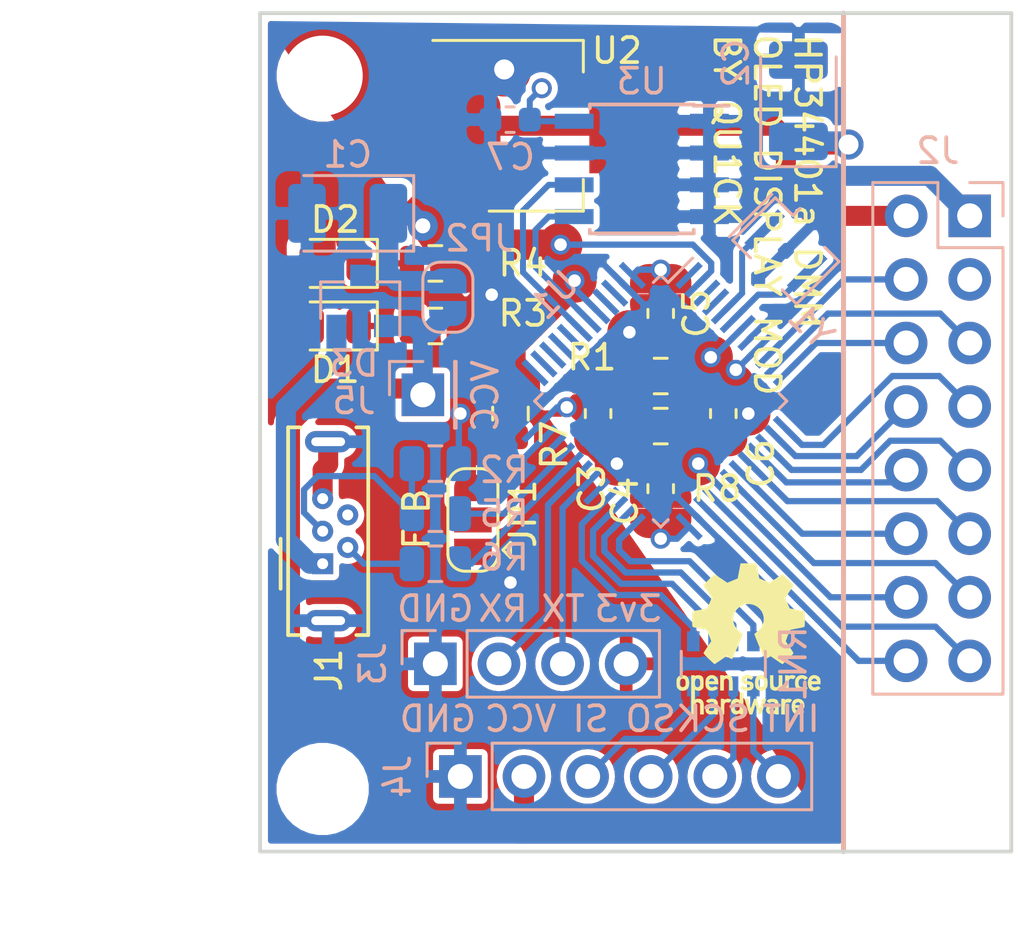
<source format=kicad_pcb>
(kicad_pcb (version 20171130) (host pcbnew "(5.1.0)-1")
  (title_block (title "HP34401a DMM OLED mod") (rev A) (company OpenScopeProject) (comment 3 "Released as open source hardware") (comment 4 "Licensed under CERN Open Hardware Licence v1.2 "))
  (layers (0 F.Cu signal) (31 B.Cu signal) (34 B.Paste user hide) (35 F.Paste user hide) (36 B.SilkS user) (37 F.SilkS user) (38 B.Mask user) (39 F.Mask user) (44 Edge.Cuts user))
  (net 0 "")
  (net 1 GND)
  (net 2 +3V3)
  (net 3 "Net-(D1-Pad1)")
  (net 4 "Net-(D2-Pad1)")
  (net 5 VBUS)
  (net 6 +12V)
  (net 7 "Net-(J1-Pad2)")
  (net 8 "Net-(J1-Pad3)")
  (net 9 /DB0)
  (net 10 /DB1)
  (net 11 /DB2)
  (net 12 /DB3)
  (net 13 /DB4)
  (net 14 /DB5)
  (net 15 /DB6)
  (net 16 /DB7)
  (net 17 /RD)
  (net 18 /WR)
  (net 19 /Reset)
  (net 20 /CS)
  (net 21 /USART_RX)
  (net 22 /USART_TX)
  (net 23 /SPI_INT)
  (net 24 /SPI_SCK)
  (net 25 /SPI_MISO)
  (net 26 /SPI_MOSI)
  (net 27 "Net-(JP1-Pad2)")
  (net 28 "Net-(R1-Pad2)")
  (net 29 /PC13)
  (net 30 /USBDP)
  (net 31 /USBDN)
  (net 32 /BOOT0)
  (net 33 /BOOT1)
  (net 34 "Net-(U1-Pad5)")
  (net 35 "Net-(U1-Pad6)")
  (net 36 /Vin)
  (net 37 "Net-(RN1-Pad7)")
  (net 38 "Net-(RN1-Pad8)")
  (net 39 "Net-(RN1-Pad6)")
  (net 40 "Net-(RN1-Pad5)")
  (net 41 /SCL)
  (net 42 /SDA)
  (module Connector_PinHeader_2.54mm:PinHeader_1x04_P2.54mm_Vertical (layer B.Cu) (at 57 66 270)
    (fp_text reference J3 (at 0 2.5 270) (layer B.SilkS) (effects (justify mirror)))
    (fp_text value UART)
    (pad 4 thru_hole oval (at 0 -7.62 270) (size 1.7 1.7) (drill 1) (layers *.Cu *.Mask) (net 2 +3V3))
    (pad 3 thru_hole oval (at 0 -5.08 270) (size 1.7 1.7) (drill 1) (layers *.Cu *.Mask) (net 22 /USART_TX))
    (pad 2 thru_hole oval (at 0 -2.54 270) (size 1.7 1.7) (drill 1) (layers *.Cu *.Mask) (net 21 /USART_RX))
    (pad 1 thru_hole rect (at 0 0 270) (size 1.7 1.7) (drill 1) (layers *.Cu *.Mask) (net 1 GND))
  )
  (module Connector_PinHeader_2.54mm:PinHeader_1x06_P2.54mm_Vertical (layer B.Cu) (at 58 70.5 270)
    (fp_text reference J4 (at 0 2.5 270) (layer B.SilkS) (effects (justify mirror)))
    (fp_text value FP)
    (pad 6 thru_hole oval (at 0 -12.7 270) (size 1.7 1.7) (drill 1) (layers *.Cu *.Mask) (net 23 /SPI_INT))
    (pad 5 thru_hole oval (at 0 -10.16 270) (size 1.7 1.7) (drill 1) (layers *.Cu *.Mask) (net 24 /SPI_SCK))
    (pad 4 thru_hole oval (at 0 -7.62 270) (size 1.7 1.7) (drill 1) (layers *.Cu *.Mask) (net 25 /SPI_MISO))
    (pad 3 thru_hole oval (at 0 -5.08 270) (size 1.7 1.7) (drill 1) (layers *.Cu *.Mask) (net 26 /SPI_MOSI))
    (pad 2 thru_hole oval (at 0 -2.54 270) (size 1.7 1.7) (drill 1) (layers *.Cu *.Mask) (net 6 +12V))
    (pad 1 thru_hole rect (at 0 0 270) (size 1.7 1.7) (drill 1) (layers *.Cu *.Mask) (net 1 GND))
  )
  (module Connector_PinHeader_2.54mm:PinHeader_2x08_P2.54mm_Vertical (layer B.Cu) (at 78.34 48.1 180)
    (fp_text reference J2 (at 1.27 2.6 180) (layer B.SilkS) (effects (justify mirror)))
    (fp_text value DISPLAY)
    (pad 16 thru_hole oval (at 2.54 -17.78 180) (size 1.7 1.7) (drill 1) (layers *.Cu *.Mask) (net 20 /CS))
    (pad 15 thru_hole oval (at 0 -17.78 180) (size 1.7 1.7) (drill 1) (layers *.Cu *.Mask) (net 19 /Reset))
    (pad 14 thru_hole oval (at 2.54 -15.24 180) (size 1.7 1.7) (drill 1) (layers *.Cu *.Mask) (net 33 /BOOT1))
    (pad 13 thru_hole oval (at 0 -15.24 180) (size 1.7 1.7) (drill 1) (layers *.Cu *.Mask) (net 18 /WR))
    (pad 12 thru_hole oval (at 2.54 -12.7 180) (size 1.7 1.7) (drill 1) (layers *.Cu *.Mask) (net 17 /RD))
    (pad 11 thru_hole oval (at 0 -12.7 180) (size 1.7 1.7) (drill 1) (layers *.Cu *.Mask) (net 16 /DB7))
    (pad 10 thru_hole oval (at 2.54 -10.16 180) (size 1.7 1.7) (drill 1) (layers *.Cu *.Mask) (net 15 /DB6))
    (pad 9 thru_hole oval (at 0 -10.16 180) (size 1.7 1.7) (drill 1) (layers *.Cu *.Mask) (net 14 /DB5))
    (pad 8 thru_hole oval (at 2.54 -7.62 180) (size 1.7 1.7) (drill 1) (layers *.Cu *.Mask) (net 13 /DB4))
    (pad 7 thru_hole oval (at 0 -7.62 180) (size 1.7 1.7) (drill 1) (layers *.Cu *.Mask) (net 12 /DB3))
    (pad 6 thru_hole oval (at 2.54 -5.08 180) (size 1.7 1.7) (drill 1) (layers *.Cu *.Mask) (net 11 /DB2))
    (pad 5 thru_hole oval (at 0 -5.08 180) (size 1.7 1.7) (drill 1) (layers *.Cu *.Mask) (net 10 /DB1))
    (pad 4 thru_hole oval (at 2.54 -2.54 180) (size 1.7 1.7) (drill 1) (layers *.Cu *.Mask) (net 9 /DB0))
    (pad 3 thru_hole oval (at 0 -2.54 180) (size 1.7 1.7) (drill 1) (layers *.Cu *.Mask))
    (pad 2 thru_hole oval (at 2.54 0 180) (size 1.7 1.7) (drill 1) (layers *.Cu *.Mask) (net 2 +3V3))
    (pad 1 thru_hole rect (at 0 0 180) (size 1.7 1.7) (drill 1) (layers *.Cu *.Mask) (net 1 GND))
  )
  (module Connector_USB:USB_Micro-B_Wuerth_614105150721_Vertical (layer F.Cu) (at 52.5 62 90)
    (fp_text reference J1 (at -4.25 0.25 90) (layer F.SilkS))
    (fp_text value USB_B_Micro)
    (pad 6 thru_hole oval (at 4.875 0.22 90) (size 0.85 1.85) (drill oval 0.35 1.35) (layers *.Cu *.Mask) (net 1 GND))
    (pad 6 thru_hole oval (at -2.275 0.22 90) (size 0.85 1.85) (drill oval 0.35 1.35) (layers *.Cu *.Mask) (net 1 GND))
    (pad 5 thru_hole circle (at 2.6 0 90) (size 0.84 0.84) (drill 0.44) (layers *.Cu *.Mask) (net 1 GND))
    (pad 4 thru_hole circle (at 1.95 1 90) (size 0.84 0.84) (drill 0.44) (layers *.Cu *.Mask))
    (pad 3 thru_hole circle (at 1.3 0 90) (size 0.84 0.84) (drill 0.44) (layers *.Cu *.Mask) (net 8 "Net-(J1-Pad3)"))
    (pad 2 thru_hole circle (at 0.65 1 90) (size 0.84 0.84) (drill 0.44) (layers *.Cu *.Mask) (net 7 "Net-(J1-Pad2)"))
    (pad 1 thru_hole rect (at 0 0 90) (size 0.84 0.84) (drill 0.44) (layers *.Cu *.Mask) (net 5 VBUS))
  )
  (module Capacitor_SMD:C_0603_1608Metric (layer F.Cu) (at 63.5 56 270)
    (fp_text reference C3 (at 3 0.25 270) (layer F.SilkS))
    (fp_text value 0.1uF)
    (pad 1 smd roundrect (at -0.7875 0 270) (size 0.875 0.95) (layers F.Cu F.Paste F.Mask) (net 2 +3V3))
    (pad 2 smd roundrect (at 0.7875 0 270) (size 0.875 0.95) (layers F.Cu F.Paste F.Mask) (net 1 GND))
  )
  (module Capacitor_SMD:C_0603_1608Metric (layer F.Cu) (at 66 59 90)
    (fp_text reference C4 (at -0.5 -1.43 90) (layer F.SilkS))
    (fp_text value 0.1uF)
    (pad 2 smd roundrect (at 0.7875 0 90) (size 0.875 0.95) (layers F.Cu F.Paste F.Mask) (net 1 GND))
    (pad 1 smd roundrect (at -0.7875 0 90) (size 0.875 0.95) (layers F.Cu F.Paste F.Mask) (net 2 +3V3))
  )
  (module Capacitor_SMD:C_0603_1608Metric (layer F.Cu) (at 66 52 270)
    (fp_text reference C5 (at 0 -1.43 270) (layer F.SilkS))
    (fp_text value 0.1uF)
    (pad 1 smd roundrect (at -0.7875 0 270) (size 0.875 0.95) (layers F.Cu F.Paste F.Mask) (net 2 +3V3))
    (pad 2 smd roundrect (at 0.7875 0 270) (size 0.875 0.95) (layers F.Cu F.Paste F.Mask) (net 1 GND))
  )
  (module Capacitor_SMD:C_0603_1608Metric (layer F.Cu) (at 68.5 56 270)
    (fp_text reference C6 (at 2 -1.5 270) (layer F.SilkS))
    (fp_text value 0.1uF)
    (pad 2 smd roundrect (at 0.7875 0 270) (size 0.875 0.95) (layers F.Cu F.Paste F.Mask) (net 1 GND))
    (pad 1 smd roundrect (at -0.7875 0 270) (size 0.875 0.95) (layers F.Cu F.Paste F.Mask) (net 2 +3V3))
  )
  (module LED_SMD:LED_0805_2012Metric (layer F.Cu) (at 53 52.5 180)
    (fp_text reference D1 (at 0 -1.75 180) (layer F.SilkS))
    (fp_text value PWR)
    (pad 2 smd roundrect (at 0.9375 0 180) (size 0.975 1.4) (layers F.Cu F.Paste F.Mask) (net 2 +3V3))
    (pad 1 smd roundrect (at -0.9375 0 180) (size 0.975 1.4) (layers F.Cu F.Paste F.Mask) (net 3 "Net-(D1-Pad1)"))
  )
  (module LED_SMD:LED_0805_2012Metric (layer F.Cu) (at 53 50 180)
    (fp_text reference D2 (at 0 1.75 180) (layer F.SilkS))
    (fp_text value STATUS)
    (pad 1 smd roundrect (at -0.9375 0 180) (size 0.975 1.4) (layers F.Cu F.Paste F.Mask) (net 4 "Net-(D2-Pad1)"))
    (pad 2 smd roundrect (at 0.9375 0 180) (size 0.975 1.4) (layers F.Cu F.Paste F.Mask) (net 2 +3V3))
  )
  (module Package_TO_SOT_SMD:SOT-23 (layer B.Cu) (at 54 51.5 90)
    (fp_text reference D3 (at -2.5 -0.25 180) (layer B.SilkS) (effects (justify mirror)))
    (fp_text value BAT54C)
    (pad 1 smd rect (at -1 0.95 90) (size 0.9 0.8) (layers B.Cu B.Paste B.Mask) (net 6 +12V))
    (pad 2 smd rect (at -1 -0.95 90) (size 0.9 0.8) (layers B.Cu B.Paste B.Mask) (net 5 VBUS))
    (pad 3 smd rect (at 1 0 90) (size 0.9 0.8) (layers B.Cu B.Paste B.Mask) (net 36 /Vin))
  )
  (module Jumper:SolderJumper-3_P1.3mm_Open_RoundedPad1.0x1.5mm (layer F.Cu) (at 58.5 60.25 90)
    (fp_text reference JP1 (at 0.25 2 90) (layer F.SilkS))
    (fp_text value BOOT)
    (pad 1 smd custom (at -1.3 0 90) (size 1 0.5) (layers F.Cu F.Mask) (net 1 GND) (options (clearance outline) (anchor rect)) (primitives (gr_circle (center 0 0.25) (end 0.5 0.25) (width 0)) (gr_circle (center 0 -0.25) (end 0.5 -0.25) (width 0)) (gr_poly (pts (xy 0.55 -0.75) (xy 0 -0.75) (xy 0 0.75) (xy 0.55 0.75)) (width 0))))
    (pad 3 smd custom (at 1.3 0 90) (size 1 0.5) (layers F.Cu F.Mask) (net 2 +3V3) (options (clearance outline) (anchor rect)) (primitives (gr_circle (center 0 0.25) (end 0.5 0.25) (width 0)) (gr_circle (center 0 -0.25) (end 0.5 -0.25) (width 0)) (gr_poly (pts (xy -0.55 -0.75) (xy 0 -0.75) (xy 0 0.75) (xy -0.55 0.75)) (width 0))))
    (pad 2 smd rect (at 0 0 90) (size 1 1.5) (layers F.Cu F.Mask) (net 27 "Net-(JP1-Pad2)"))
  )
  (module Jumper:SolderJumper-2_P1.3mm_Open_RoundedPad1.0x1.5mm (layer B.Cu) (at 57.5 51.35 90)
    (fp_text reference JP2 (at 2.35 1.25 180) (layer B.SilkS) (effects (justify mirror)))
    (fp_text value "NO DIODE" hide)
    (pad 1 smd custom (at -0.65 0 90) (size 1 0.5) (layers B.Cu B.Mask) (net 6 +12V) (options (clearance outline) (anchor rect)) (primitives (gr_circle (center 0 -0.25) (end 0.5 -0.25) (width 0)) (gr_circle (center 0 0.25) (end 0.5 0.25) (width 0)) (gr_poly (pts (xy 0 0.75) (xy 0.5 0.75) (xy 0.5 -0.75) (xy 0 -0.75)) (width 0))))
    (pad 2 smd custom (at 0.65 0 90) (size 1 0.5) (layers B.Cu B.Mask) (net 36 /Vin) (options (clearance outline) (anchor rect)) (primitives (gr_circle (center 0 -0.25) (end 0.5 -0.25) (width 0)) (gr_circle (center 0 0.25) (end 0.5 0.25) (width 0)) (gr_poly (pts (xy 0 0.75) (xy -0.5 0.75) (xy -0.5 -0.75) (xy 0 -0.75)) (width 0))))
  )
  (module Resistor_SMD:R_0805_2012Metric (layer F.Cu) (at 66 54.5)
    (fp_text reference R1 (at -2.75 -0.75) (layer F.SilkS))
    (fp_text value 100k)
    (pad 2 smd roundrect (at 0.9375 0) (size 0.975 1.4) (layers F.Cu F.Paste F.Mask) (net 28 "Net-(R1-Pad2)"))
    (pad 1 smd roundrect (at -0.9375 0) (size 0.975 1.4) (layers F.Cu F.Paste F.Mask) (net 2 +3V3))
  )
  (module Resistor_SMD:R_0805_2012Metric (layer B.Cu) (at 57 58)
    (fp_text reference R2 (at 2.75 0.25) (layer B.SilkS) (effects (justify mirror)))
    (fp_text value 1K5)
    (pad 1 smd roundrect (at -0.9375 0) (size 0.975 1.4) (layers B.Cu B.Paste B.Mask) (net 8 "Net-(J1-Pad3)"))
    (pad 2 smd roundrect (at 0.9375 0) (size 0.975 1.4) (layers B.Cu B.Paste B.Mask) (net 2 +3V3))
  )
  (module Resistor_SMD:R_0805_2012Metric (layer F.Cu) (at 57 52.5)
    (fp_text reference R3 (at 3.5 -0.5) (layer F.SilkS))
    (fp_text value 1K)
    (pad 1 smd roundrect (at -0.9375 0) (size 0.975 1.4) (layers F.Cu F.Paste F.Mask) (net 3 "Net-(D1-Pad1)"))
    (pad 2 smd roundrect (at 0.9375 0) (size 0.975 1.4) (layers F.Cu F.Paste F.Mask) (net 1 GND))
  )
  (module Resistor_SMD:R_0805_2012Metric (layer F.Cu) (at 57 50)
    (fp_text reference R4 (at 3.5 0) (layer F.SilkS))
    (fp_text value 1K)
    (pad 1 smd roundrect (at -0.9375 0) (size 0.975 1.4) (layers F.Cu F.Paste F.Mask) (net 4 "Net-(D2-Pad1)"))
    (pad 2 smd roundrect (at 0.9375 0) (size 0.975 1.4) (layers F.Cu F.Paste F.Mask) (net 29 /PC13))
  )
  (module Resistor_SMD:R_0805_2012Metric (layer B.Cu) (at 57 60 180)
    (fp_text reference R5 (at -2.75 0 180) (layer B.SilkS) (effects (justify mirror)))
    (fp_text value 22R)
    (pad 2 smd roundrect (at 0.9375 0 180) (size 0.975 1.4) (layers B.Cu B.Paste B.Mask) (net 8 "Net-(J1-Pad3)"))
    (pad 1 smd roundrect (at -0.9375 0 180) (size 0.975 1.4) (layers B.Cu B.Paste B.Mask) (net 30 /USBDP))
  )
  (module Resistor_SMD:R_0805_2012Metric (layer B.Cu) (at 57 62 180)
    (fp_text reference R6 (at -2.75 0.25 180) (layer B.SilkS) (effects (justify mirror)))
    (fp_text value 22R)
    (pad 2 smd roundrect (at 0.9375 0 180) (size 0.975 1.4) (layers B.Cu B.Paste B.Mask) (net 7 "Net-(J1-Pad2)"))
    (pad 1 smd roundrect (at -0.9375 0 180) (size 0.975 1.4) (layers B.Cu B.Paste B.Mask) (net 31 /USBDN))
  )
  (module Resistor_SMD:R_0805_2012Metric (layer F.Cu) (at 60 56 90)
    (fp_text reference R7 (at -1.25 1.75 90) (layer F.SilkS))
    (fp_text value 100k)
    (pad 1 smd roundrect (at -0.9375 0 90) (size 0.975 1.4) (layers F.Cu F.Paste F.Mask) (net 27 "Net-(JP1-Pad2)"))
    (pad 2 smd roundrect (at 0.9375 0 90) (size 0.975 1.4) (layers F.Cu F.Paste F.Mask) (net 32 /BOOT0))
  )
  (module Resistor_SMD:R_0805_2012Metric (layer F.Cu) (at 66 56.5)
    (fp_text reference R8 (at 2.25 2.5) (layer F.SilkS))
    (fp_text value 100k)
    (pad 2 smd roundrect (at 0.9375 0) (size 0.975 1.4) (layers F.Cu F.Paste F.Mask) (net 33 /BOOT1))
    (pad 1 smd roundrect (at -0.9375 0) (size 0.975 1.4) (layers F.Cu F.Paste F.Mask) (net 1 GND))
  )
  (module Package_QFP:LQFP-48_7x7mm_P0.5mm (layer B.Cu) (at 66 55.5 225)
    (fp_text reference U1 (at 0 6 225) (layer B.SilkS) (effects (justify mirror)))
    (fp_text value STM32F103C8Tx)
    (pad 1 smd rect (at -4.35 2.75 225) (size 1.3 0.25) (layers B.Cu B.Paste B.Mask))
    (pad 2 smd rect (at -4.35 2.25 225) (size 1.3 0.25) (layers B.Cu B.Paste B.Mask) (net 29 /PC13))
    (pad 3 smd rect (at -4.35 1.749999 225) (size 1.3 0.25) (layers B.Cu B.Paste B.Mask))
    (pad 4 smd rect (at -4.35 1.25 225) (size 1.3 0.25) (layers B.Cu B.Paste B.Mask))
    (pad 5 smd rect (at -4.35 0.750001 225) (size 1.3 0.25) (layers B.Cu B.Paste B.Mask) (net 34 "Net-(U1-Pad5)"))
    (pad 6 smd rect (at -4.35 0.25 225) (size 1.3 0.25) (layers B.Cu B.Paste B.Mask) (net 35 "Net-(U1-Pad6)"))
    (pad 7 smd rect (at -4.35 -0.25 225) (size 1.3 0.25) (layers B.Cu B.Paste B.Mask) (net 28 "Net-(R1-Pad2)"))
    (pad 8 smd rect (at -4.35 -0.750001 225) (size 1.3 0.25) (layers B.Cu B.Paste B.Mask) (net 1 GND))
    (pad 9 smd rect (at -4.35 -1.25 225) (size 1.3 0.25) (layers B.Cu B.Paste B.Mask) (net 2 +3V3))
    (pad 10 smd rect (at -4.35 -1.749999 225) (size 1.3 0.25) (layers B.Cu B.Paste B.Mask) (net 9 /DB0))
    (pad 11 smd rect (at -4.35 -2.25 225) (size 1.3 0.25) (layers B.Cu B.Paste B.Mask) (net 10 /DB1))
    (pad 12 smd rect (at -4.35 -2.75 225) (size 1.3 0.25) (layers B.Cu B.Paste B.Mask) (net 11 /DB2))
    (pad 13 smd rect (at -2.75 -4.35 135) (size 1.3 0.25) (layers B.Cu B.Paste B.Mask) (net 12 /DB3))
    (pad 14 smd rect (at -2.25 -4.35 135) (size 1.3 0.25) (layers B.Cu B.Paste B.Mask) (net 13 /DB4))
    (pad 15 smd rect (at -1.749999 -4.35 135) (size 1.3 0.25) (layers B.Cu B.Paste B.Mask) (net 14 /DB5))
    (pad 16 smd rect (at -1.25 -4.35 135) (size 1.3 0.25) (layers B.Cu B.Paste B.Mask) (net 15 /DB6))
    (pad 17 smd rect (at -0.750001 -4.35 135) (size 1.3 0.25) (layers B.Cu B.Paste B.Mask) (net 16 /DB7))
    (pad 18 smd rect (at -0.25 -4.35 135) (size 1.3 0.25) (layers B.Cu B.Paste B.Mask) (net 17 /RD))
    (pad 19 smd rect (at 0.25 -4.35 135) (size 1.3 0.25) (layers B.Cu B.Paste B.Mask) (net 18 /WR))
    (pad 20 smd rect (at 0.750001 -4.35 135) (size 1.3 0.25) (layers B.Cu B.Paste B.Mask) (net 33 /BOOT1))
    (pad 21 smd rect (at 1.25 -4.35 135) (size 1.3 0.25) (layers B.Cu B.Paste B.Mask) (net 19 /Reset))
    (pad 22 smd rect (at 1.749999 -4.35 135) (size 1.3 0.25) (layers B.Cu B.Paste B.Mask) (net 20 /CS))
    (pad 23 smd rect (at 2.25 -4.35 135) (size 1.3 0.25) (layers B.Cu B.Paste B.Mask) (net 1 GND))
    (pad 24 smd rect (at 2.75 -4.35 135) (size 1.3 0.25) (layers B.Cu B.Paste B.Mask) (net 2 +3V3))
    (pad 25 smd rect (at 4.35 -2.75 225) (size 1.3 0.25) (layers B.Cu B.Paste B.Mask) (net 38 "Net-(RN1-Pad8)"))
    (pad 26 smd rect (at 4.35 -2.25 225) (size 1.3 0.25) (layers B.Cu B.Paste B.Mask) (net 37 "Net-(RN1-Pad7)"))
    (pad 27 smd rect (at 4.35 -1.749999 225) (size 1.3 0.25) (layers B.Cu B.Paste B.Mask) (net 39 "Net-(RN1-Pad6)"))
    (pad 28 smd rect (at 4.35 -1.25 225) (size 1.3 0.25) (layers B.Cu B.Paste B.Mask) (net 40 "Net-(RN1-Pad5)"))
    (pad 29 smd rect (at 4.35 -0.750001 225) (size 1.3 0.25) (layers B.Cu B.Paste B.Mask))
    (pad 30 smd rect (at 4.35 -0.25 225) (size 1.3 0.25) (layers B.Cu B.Paste B.Mask) (net 22 /USART_TX))
    (pad 31 smd rect (at 4.35 0.25 225) (size 1.3 0.25) (layers B.Cu B.Paste B.Mask) (net 21 /USART_RX))
    (pad 32 smd rect (at 4.35 0.750001 225) (size 1.3 0.25) (layers B.Cu B.Paste B.Mask) (net 31 /USBDN))
    (pad 33 smd rect (at 4.35 1.25 225) (size 1.3 0.25) (layers B.Cu B.Paste B.Mask) (net 30 /USBDP))
    (pad 34 smd rect (at 4.35 1.749999 225) (size 1.3 0.25) (layers B.Cu B.Paste B.Mask))
    (pad 35 smd rect (at 4.35 2.25 225) (size 1.3 0.25) (layers B.Cu B.Paste B.Mask) (net 1 GND))
    (pad 36 smd rect (at 4.35 2.75 225) (size 1.3 0.25) (layers B.Cu B.Paste B.Mask) (net 2 +3V3))
    (pad 37 smd rect (at 2.75 4.35 135) (size 1.3 0.25) (layers B.Cu B.Paste B.Mask))
    (pad 38 smd rect (at 2.25 4.35 135) (size 1.3 0.25) (layers B.Cu B.Paste B.Mask))
    (pad 39 smd rect (at 1.749999 4.35 135) (size 1.3 0.25) (layers B.Cu B.Paste B.Mask))
    (pad 40 smd rect (at 1.25 4.35 135) (size 1.3 0.25) (layers B.Cu B.Paste B.Mask))
    (pad 41 smd rect (at 0.750001 4.35 135) (size 1.3 0.25) (layers B.Cu B.Paste B.Mask))
    (pad 42 smd rect (at 0.25 4.35 135) (size 1.3 0.25) (layers B.Cu B.Paste B.Mask) (net 41 /SCL))
    (pad 43 smd rect (at -0.25 4.35 135) (size 1.3 0.25) (layers B.Cu B.Paste B.Mask) (net 42 /SDA))
    (pad 44 smd rect (at -0.750001 4.35 135) (size 1.3 0.25) (layers B.Cu B.Paste B.Mask) (net 32 /BOOT0))
    (pad 45 smd rect (at -1.25 4.35 135) (size 1.3 0.25) (layers B.Cu B.Paste B.Mask))
    (pad 46 smd rect (at -1.749999 4.35 135) (size 1.3 0.25) (layers B.Cu B.Paste B.Mask))
    (pad 47 smd rect (at -2.25 4.35 135) (size 1.3 0.25) (layers B.Cu B.Paste B.Mask) (net 1 GND))
    (pad 48 smd rect (at -2.75 4.35 135) (size 1.3 0.25) (layers B.Cu B.Paste B.Mask) (net 2 +3V3))
  )
  (module Package_TO_SOT_SMD:SOT-223-3_TabPin2 (layer F.Cu) (at 61 44.5)
    (fp_text reference U2 (at 3.25 -3) (layer F.SilkS))
    (fp_text value LM1117-3.3)
    (pad 2 smd rect (at 3.15 0) (size 2 3.8) (layers F.Cu F.Paste F.Mask) (net 2 +3V3))
    (pad 2 smd rect (at -3.15 0) (size 2 1.5) (layers F.Cu F.Paste F.Mask) (net 2 +3V3))
    (pad 3 smd rect (at -3.15 2.3) (size 2 1.5) (layers F.Cu F.Paste F.Mask) (net 36 /Vin))
    (pad 1 smd rect (at -3.15 -2.3) (size 2 1.5) (layers F.Cu F.Paste F.Mask) (net 1 GND))
  )
  (module Crystal:Resonator_SMD_muRata_CSTxExxV-3Pin_3.0x1.1mm (layer B.Cu) (at 71 49.5 315)
    (fp_text reference Y1 (at 2.828427 1.414214 315) (layer B.SilkS) (effects (justify mirror)))
    (fp_text value 8M)
    (pad 1 smd rect (at -1.2 0 315) (size 0.4 1.9) (layers B.Cu B.Paste B.Mask) (net 34 "Net-(U1-Pad5)"))
    (pad 2 smd rect (at 0 0 315) (size 0.4 1.9) (layers B.Cu B.Paste B.Mask) (net 1 GND))
    (pad 3 smd rect (at 1.2 0 315) (size 0.4 1.9) (layers B.Cu B.Paste B.Mask) (net 35 "Net-(U1-Pad6)"))
  )
  (module Connector_PinHeader_2.54mm:PinHeader_1x01_P2.54mm_Vertical (layer B.Cu) (at 56.5 55.25 270)
    (fp_text reference J5 (at 0.25 2.75) (layer B.SilkS) (effects (justify mirror)))
    (fp_text value DISPLAYPWR)
    (pad 1 thru_hole rect (at 0 0 270) (size 1.7 1.7) (drill 1) (layers *.Cu *.Mask) (net 6 +12V))
  )
  (module MountingHole:MountingHole_3.2mm_M3_ISO14580 (layer F.Cu) (at 52.5 42.5)
    (fp_text reference MH1 hide)
    (fp_text value MountingHole hide)
    (pad 1 np_thru_hole circle (at 0 0) (size 3.2 3.2) (drill 3.2) (layers *.Cu *.Mask))
  )
  (module MountingHole:MountingHole_3.2mm_M3_ISO14580 (layer F.Cu) (at 77.5 42.5)
    (fp_text reference MH2 hide)
    (fp_text value MountingHole hide)
    (pad 1 np_thru_hole circle (at 0 0) (size 3.2 3.2) (drill 3.2) (layers *.Cu *.Mask))
  )
  (module MountingHole:MountingHole_3.2mm_M3_ISO14580 (layer F.Cu) (at 77.5 71)
    (fp_text reference MH3 hide)
    (fp_text value MountingHole hide)
    (pad 1 np_thru_hole circle (at 0 0) (size 3.2 3.2) (drill 3.2) (layers *.Cu *.Mask))
  )
  (module MountingHole:MountingHole_3.2mm_M3_ISO14580 (layer F.Cu) (at 52.5 71)
    (fp_text reference MH4 hide)
    (fp_text value MountingHole hide)
    (pad 1 np_thru_hole circle (at 0 0) (size 3.2 3.2) (drill 3.2) (layers *.Cu *.Mask))
  )
  (module Capacitor_Tantalum_SMD:CP_EIA-3528-21_Kemet-B_Pad1.50x2.35mm_HandSolder (layer B.Cu) (at 53.5 48 180)
    (fp_text reference C1 (at 0 2.35 180) (layer B.SilkS) (effects (justify mirror)))
    (fp_text value 47uF)
    (pad 2 smd roundrect (at 1.625 0 180) (size 1.5 2.35) (layers B.Cu B.Paste B.Mask) (roundrect_rratio 0.166667) (net 1 GND))
    (pad 1 smd roundrect (at -1.625 0 180) (size 1.5 2.35) (layers B.Cu B.Paste B.Mask) (roundrect_rratio 0.166667) (net 36 /Vin))
  )
  (module Capacitor_Tantalum_SMD:CP_EIA-3528-21_Kemet-B_Pad1.50x2.35mm_HandSolder (layer B.Cu) (at 71.5 43.5 90)
    (fp_text reference C2 (at 1.5 -2.5 90) (layer B.SilkS) (effects (justify mirror)))
    (fp_text value 47uF)
    (pad 1 smd roundrect (at -1.625 0 90) (size 1.5 2.35) (layers B.Cu B.Paste B.Mask) (roundrect_rratio 0.166667) (net 2 +3V3))
    (pad 2 smd roundrect (at 1.625 0 90) (size 1.5 2.35) (layers B.Cu B.Paste B.Mask) (roundrect_rratio 0.166667) (net 1 GND))
  )
  (module Resistor_SMD:R_Array_Convex_4x0603 (layer B.Cu) (at 68.5 66 90)
    (fp_text reference RN1 (at 0 2.8 90) (layer B.SilkS) (effects (justify mirror)))
    (fp_text value 10K)
    (pad 1 smd rect (at -0.9 1.2 90) (size 0.8 0.5) (layers B.Cu B.Paste B.Mask) (net 23 /SPI_INT))
    (pad 3 smd rect (at -0.9 -0.4 90) (size 0.8 0.4) (layers B.Cu B.Paste B.Mask) (net 25 /SPI_MISO))
    (pad 2 smd rect (at -0.9 0.4 90) (size 0.8 0.4) (layers B.Cu B.Paste B.Mask) (net 24 /SPI_SCK))
    (pad 4 smd rect (at -0.9 -1.2 90) (size 0.8 0.5) (layers B.Cu B.Paste B.Mask) (net 26 /SPI_MOSI))
    (pad 7 smd rect (at 0.9 0.4 90) (size 0.8 0.4) (layers B.Cu B.Paste B.Mask) (net 37 "Net-(RN1-Pad7)"))
    (pad 8 smd rect (at 0.9 1.2 90) (size 0.8 0.5) (layers B.Cu B.Paste B.Mask) (net 38 "Net-(RN1-Pad8)"))
    (pad 6 smd rect (at 0.9 -0.4 90) (size 0.8 0.4) (layers B.Cu B.Paste B.Mask) (net 39 "Net-(RN1-Pad6)"))
    (pad 5 smd rect (at 0.9 -1.2 90) (size 0.8 0.5) (layers B.Cu B.Paste B.Mask) (net 40 "Net-(RN1-Pad5)"))
  )
  (module Capacitor_SMD:C_0603_1608Metric (layer B.Cu) (at 59.984999 44.255001 180)
    (fp_text reference C7 (at -0.015001 -1.494999 180) (layer B.SilkS) (effects (justify mirror)))
    (fp_text value 0.1uF)
    (pad 1 smd roundrect (at -0.7875 0 180) (size 0.875 0.95) (layers B.Cu B.Paste B.Mask) (net 2 +3V3))
    (pad 2 smd roundrect (at 0.7875 0 180) (size 0.875 0.95) (layers B.Cu B.Paste B.Mask) (net 1 GND))
  )
  (module Package_SO:SOIC-8_3.9x4.9mm_P1.27mm (layer B.Cu) (at 65.244999 46.225001 180)
    (fp_text reference U3 (at 0 3.5 180) (layer B.SilkS) (effects (justify mirror)))
    (fp_text value AT24C02)
    (pad 1 smd rect (at -2.7 1.905 180) (size 1.55 0.6) (layers B.Cu B.Paste B.Mask) (net 1 GND))
    (pad 2 smd rect (at -2.7 0.635 180) (size 1.55 0.6) (layers B.Cu B.Paste B.Mask) (net 1 GND))
    (pad 3 smd rect (at -2.7 -0.635 180) (size 1.55 0.6) (layers B.Cu B.Paste B.Mask) (net 1 GND))
    (pad 4 smd rect (at -2.7 -1.905 180) (size 1.55 0.6) (layers B.Cu B.Paste B.Mask) (net 1 GND))
    (pad 5 smd rect (at 2.7 -1.905 180) (size 1.55 0.6) (layers B.Cu B.Paste B.Mask) (net 42 /SDA))
    (pad 6 smd rect (at 2.7 -0.635 180) (size 1.55 0.6) (layers B.Cu B.Paste B.Mask) (net 41 /SCL))
    (pad 7 smd rect (at 2.7 0.635 180) (size 1.55 0.6) (layers B.Cu B.Paste B.Mask) (net 1 GND))
    (pad 8 smd rect (at 2.7 1.905 180) (size 1.55 0.6) (layers B.Cu B.Paste B.Mask) (net 2 +3V3))
  )
  (module Symbol:OSHW-Logo_5.7x6mm_SilkScreen (layer F.Cu) (at 69.5 65)
    (fp_text reference REF** hide)
    (fp_text value OSHW-Logo hide)
  )
  (gr_text B (at 56.25 59.5 90) (layer F.SilkS) (effects (font (size 1 1))))
  (gr_text F (at 56.25 61 90) (layer F.SilkS) (effects (font (size 1 1))))
  (gr_text "HP34401a DMM\nOLED DISPLAY MOD\nBY QU1CK" (at 70.25 40.75 270) (layer F.SilkS) (effects (font (size 1 1)) (justify left)))
  (gr_text VCC (at 59 55.3 90) (layer B.SilkS) (effects (font (size 1 1)) (justify mirror)))
  (gr_text INT (at 71.2 68.2) (layer B.SilkS) (effects (font (size 1 1)) (justify mirror)))
  (gr_text SCK (at 68.1 68.2) (layer B.SilkS) (effects (font (size 1 1)) (justify mirror)))
  (gr_text SO (at 65.6 68.2) (layer B.SilkS) (effects (font (size 1 1)) (justify mirror)))
  (gr_text SI (at 63.2 68.2) (layer B.SilkS) (effects (font (size 1 1)) (justify mirror)))
  (gr_text VCC (at 60.4 68.2) (layer B.SilkS) (effects (font (size 1 1)) (justify mirror)))
  (gr_text GND (at 57.1 68.2) (layer B.SilkS) (effects (font (size 1 1)) (justify mirror)))
  (gr_text 3v3 (at 64.7 63.8) (layer B.SilkS) (effects (font (size 1 1)) (justify mirror)))
  (gr_text TX (at 62.1 63.8) (layer B.SilkS) (effects (font (size 1 1)) (justify mirror)))
  (gr_text RX (at 59.7 63.8) (layer B.SilkS) (effects (font (size 1 1)) (justify mirror)))
  (gr_text GND (at 57 63.8) (layer B.SilkS) (effects (font (size 1 1)) (justify mirror)))
  (gr_line (start 73.3 40) (end 73.3 73.5) (layer B.SilkS) (width 0.2))
  (gr_line (start 50 73.5) (end 50 40) (layer Edge.Cuts) (width 0.15))
  (gr_line (start 80 73.5) (end 50 73.5) (layer Edge.Cuts) (width 0.15))
  (gr_line (start 80 40) (end 80 73.5) (layer Edge.Cuts) (width 0.15))
  (gr_line (start 50 40) (end 80 40) (layer Edge.Cuts) (width 0.15))
  (via (at 64.25 58) (size 0.8) (drill 0.5) (layers F.Cu B.Cu) (net 1))
  (segment (start 63.5 56.7875) (end 63.5 57.25) (width 0.25) (layer F.Cu) (net 1))
  (segment (start 63.5 57.25) (end 64.25 58) (width 0.25) (layer F.Cu) (net 1))
  (segment (start 65.0625 57.1875) (end 64.25 58) (width 0.25) (layer F.Cu) (net 1))
  (segment (start 65.0625 56.5) (end 65.0625 57.1875) (width 0.25) (layer F.Cu) (net 1))
  (segment (start 64.4625 58.2125) (end 64.25 58) (width 0.25) (layer F.Cu) (net 1))
  (segment (start 66 58.2125) (end 64.4625 58.2125) (width 0.25) (layer F.Cu) (net 1))
  (via (at 69.5 56) (size 0.8) (drill 0.5) (layers F.Cu B.Cu) (net 1))
  (segment (start 68.5 56.7875) (end 68.7125 56.7875) (width 0.25) (layer F.Cu) (net 1))
  (segment (start 68.7125 56.7875) (end 69.5 56) (width 0.25) (layer F.Cu) (net 1))
  (via (at 64.75 52.75) (size 0.8) (drill 0.5) (layers F.Cu B.Cu) (net 1))
  (segment (start 66 52.7875) (end 64.7875 52.7875) (width 0.25) (layer F.Cu) (net 1))
  (segment (start 64.7875 52.7875) (end 64.75 52.75) (width 0.25) (layer F.Cu) (net 1))
  (via (at 59.25 51.25) (size 0.8) (drill 0.5) (layers F.Cu B.Cu) (net 1))
  (segment (start 57.9375 52.5) (end 59.1875 51.25) (width 0.25) (layer F.Cu) (net 1))
  (segment (start 59.1875 51.25) (end 59.25 51.25) (width 0.25) (layer F.Cu) (net 1))
  (via (at 60 62.75) (size 0.8) (drill 0.5) (layers F.Cu B.Cu) (net 1))
  (segment (start 59.7 62.75) (end 60 62.75) (width 0.25) (layer F.Cu) (net 1))
  (segment (start 58.5 61.55) (end 59.7 62.75) (width 0.25) (layer F.Cu) (net 1))
  (via (at 59.75 42.25) (size 1.2) (drill 0.8) (layers F.Cu B.Cu) (net 1))
  (segment (start 57.85 42.2) (end 59.7 42.2) (width 0.8) (layer F.Cu) (net 1))
  (segment (start 59.7 42.2) (end 59.75 42.25) (width 0.8) (layer F.Cu) (net 1))
  (segment (start 52.72 57.125) (end 52.72 58.03) (width 0.8) (layer F.Cu) (net 1))
  (segment (start 52.5 58.25) (end 52.5 59.4) (width 0.8) (layer F.Cu) (net 1))
  (segment (start 52.72 58.03) (end 52.5 58.25) (width 0.8) (layer F.Cu) (net 1))
  (segment (start 78.34 48.1) (end 76.74 46.5) (width 0.8) (layer B.Cu) (net 1))
  (segment (start 76.74 46.5) (end 72.5 46.5) (width 0.8) (layer B.Cu) (net 1))
  (segment (start 64.15 44.5) (end 57.85 44.5) (width 0.8) (layer F.Cu) (net 2))
  (segment (start 56.05 44.5) (end 57.85 44.5) (width 0.8) (layer F.Cu) (net 2))
  (segment (start 52.618737 47.931263) (end 56.05 44.5) (width 0.8) (layer F.Cu) (net 2))
  (segment (start 52.618737 49.443763) (end 52.618737 47.931263) (width 0.8) (layer F.Cu) (net 2))
  (segment (start 52.0625 50) (end 52.618737 49.443763) (width 0.8) (layer F.Cu) (net 2))
  (segment (start 52.0625 52.5) (end 52.0625 50) (width 0.8) (layer F.Cu) (net 2))
  (via (at 66 61) (size 0.8) (drill 0.5) (layers F.Cu B.Cu) (net 2))
  (segment (start 66 59.7875) (end 66 61) (width 0.25) (layer F.Cu) (net 2))
  (segment (start 66.651829 61) (end 67.131371 60.520458) (width 0.25) (layer B.Cu) (net 2))
  (segment (start 66 61) (end 66.651829 61) (width 0.25) (layer B.Cu) (net 2))
  (via (at 69 54.25) (size 0.8) (drill 0.5) (layers F.Cu B.Cu) (net 2))
  (segment (start 69.017767 54.25) (end 69.959798 53.307969) (width 0.25) (layer B.Cu) (net 2))
  (segment (start 69 54.25) (end 69.017767 54.25) (width 0.25) (layer B.Cu) (net 2))
  (segment (start 65.098158 50.250013) (end 65.434315 50.250013) (width 0.25) (layer B.Cu) (net 2))
  (via (at 66 50.250013) (size 0.8) (drill 0.5) (layers F.Cu B.Cu) (net 2))
  (segment (start 64.868629 50.479542) (end 65.098158 50.250013) (width 0.25) (layer B.Cu) (net 2))
  (segment (start 66 51.2125) (end 66 50.250013) (width 0.25) (layer F.Cu) (net 2))
  (segment (start 65.434315 50.250013) (end 66 50.250013) (width 0.25) (layer B.Cu) (net 2))
  (via (at 58 56) (size 0.8) (drill 0.5) (layers F.Cu B.Cu) (net 2))
  (segment (start 57.9375 57.5) (end 57.9375 56.0625) (width 0.25) (layer B.Cu) (net 2))
  (segment (start 57.9375 56.0625) (end 58 56) (width 0.25) (layer B.Cu) (net 2))
  (via (at 62.25 55.750006) (size 0.8) (drill 0.5) (layers F.Cu B.Cu) (net 2))
  (segment (start 58 56) (end 62.000006 56) (width 0.25) (layer F.Cu) (net 2))
  (segment (start 62.000006 56) (end 62.25 55.750006) (width 0.25) (layer F.Cu) (net 2))
  (segment (start 61.860907 55.750006) (end 62.25 55.750006) (width 0.25) (layer B.Cu) (net 2))
  (segment (start 60.979542 56.631371) (end 61.860907 55.750006) (width 0.25) (layer B.Cu) (net 2))
  (segment (start 58.5 56.5) (end 58 56) (width 0.25) (layer F.Cu) (net 2))
  (segment (start 58.5 58.95) (end 58.5 56.5) (width 0.25) (layer F.Cu) (net 2))
  (segment (start 64.2125 54.5) (end 63.5 55.2125) (width 0.5) (layer F.Cu) (net 2))
  (segment (start 65.0625 54.5) (end 64.2125 54.5) (width 0.5) (layer F.Cu) (net 2))
  (segment (start 60.837499 44.320001) (end 60.772499 44.255001) (width 0.24) (layer B.Cu) (net 2))
  (segment (start 62.544999 44.320001) (end 61.5 44.320001) (width 0.24) (layer B.Cu) (net 2))
  (segment (start 61.5 44.320001) (end 60.837499 44.320001) (width 0.24) (layer B.Cu) (net 2))
  (via (at 61.25 43) (size 0.8) (drill 0.5) (layers F.Cu B.Cu) (net 2))
  (segment (start 60.772499 44.255001) (end 60.772499 43.477501) (width 0.24) (layer B.Cu) (net 2))
  (segment (start 60.772499 43.477501) (end 61.25 43) (width 0.24) (layer B.Cu) (net 2))
  (via (at 73.5 45.25) (size 1.2) (drill 0.8) (layers F.Cu B.Cu) (net 2))
  (segment (start 71.5 45.125) (end 73.375 45.125) (width 0.8) (layer B.Cu) (net 2))
  (segment (start 73.375 45.125) (end 73.5 45.25) (width 0.8) (layer B.Cu) (net 2))
  (segment (start 70.5 44.5) (end 64.15 44.5) (width 0.8) (layer F.Cu) (net 2))
  (segment (start 71 45) (end 70.5 44.5) (width 0.8) (layer F.Cu) (net 2))
  (segment (start 71 47) (end 71 45) (width 0.8) (layer F.Cu) (net 2))
  (segment (start 75.8 48.1) (end 72.1 48.1) (width 0.8) (layer F.Cu) (net 2))
  (segment (start 72.1 48.1) (end 71 47) (width 0.8) (layer F.Cu) (net 2))
  (segment (start 72.401472 45) (end 71 45) (width 0.8) (layer F.Cu) (net 2))
  (segment (start 72.651472 45.25) (end 72.401472 45) (width 0.8) (layer F.Cu) (net 2))
  (segment (start 73.5 45.25) (end 72.651472 45.25) (width 0.8) (layer F.Cu) (net 2))
  (segment (start 56.0625 52.5) (end 53.9375 52.5) (width 0.25) (layer F.Cu) (net 3))
  (segment (start 56.0625 50) (end 53.9375 50) (width 0.25) (layer F.Cu) (net 4))
  (segment (start 52.5 62) (end 52 62) (width 0.8) (layer B.Cu) (net 5))
  (segment (start 53.05 53.75) (end 53.05 52.5) (width 0.8) (layer B.Cu) (net 5))
  (segment (start 51.029988 55.770012) (end 53.05 53.75) (width 0.8) (layer B.Cu) (net 5))
  (segment (start 51.029988 61.029987) (end 51.029988 55.770012) (width 0.8) (layer B.Cu) (net 5))
  (segment (start 52 62) (end 51.029988 61.029987) (width 0.8) (layer B.Cu) (net 5))
  (segment (start 56.5 53) (end 57.5 52) (width 0.8) (layer B.Cu) (net 6))
  (segment (start 56.5 55) (end 56.5 53) (width 0.8) (layer B.Cu) (net 6))
  (segment (start 56.5 52.85) (end 56.5 53) (width 0.8) (layer B.Cu) (net 6))
  (segment (start 56.15 52.5) (end 56.5 52.85) (width 0.8) (layer B.Cu) (net 6))
  (segment (start 54.95 52.5) (end 56.15 52.5) (width 0.8) (layer B.Cu) (net 6))
  (segment (start 52.587998 55) (end 54.85 55) (width 0.8) (layer F.Cu) (net 6))
  (segment (start 51.194999 56.392999) (end 52.587998 55) (width 0.8) (layer F.Cu) (net 6))
  (segment (start 60.54 71.702081) (end 59.742081 72.5) (width 0.8) (layer F.Cu) (net 6))
  (segment (start 60.54 70.5) (end 60.54 71.702081) (width 0.8) (layer F.Cu) (net 6))
  (segment (start 54.85 55) (end 56.5 55) (width 0.8) (layer F.Cu) (net 6))
  (segment (start 59.742081 72.5) (end 56.5 72.5) (width 0.8) (layer F.Cu) (net 6))
  (segment (start 56.5 72.5) (end 55.5 71.5) (width 0.8) (layer F.Cu) (net 6))
  (segment (start 55.5 71.5) (end 55.5 69.75) (width 0.8) (layer F.Cu) (net 6))
  (segment (start 55.5 69.75) (end 51.194999 65.444999) (width 0.8) (layer F.Cu) (net 6))
  (segment (start 51.194999 65.444999) (end 51.194999 56.392999) (width 0.8) (layer F.Cu) (net 6))
  (segment (start 53.65 61.5) (end 53.5 61.35) (width 0.25) (layer B.Cu) (net 7))
  (segment (start 54.15 62) (end 56.0625 62) (width 0.25) (layer B.Cu) (net 7))
  (segment (start 53.5 61.35) (end 54.15 62) (width 0.25) (layer B.Cu) (net 7))
  (segment (start 51.754999 59.042399) (end 52.297398 58.5) (width 0.25) (layer B.Cu) (net 8))
  (segment (start 51.754999 59.954999) (end 51.754999 59.042399) (width 0.25) (layer B.Cu) (net 8))
  (segment (start 52.5 60.7) (end 51.754999 59.954999) (width 0.25) (layer B.Cu) (net 8))
  (segment (start 56.0625 60) (end 56.0625 58) (width 0.25) (layer B.Cu) (net 8))
  (segment (start 54.5625 58.5) (end 56.0625 60) (width 0.25) (layer B.Cu) (net 8))
  (segment (start 54.25 58.5) (end 54.5625 58.5) (width 0.25) (layer B.Cu) (net 8))
  (segment (start 52.297398 58.5) (end 54.25 58.5) (width 0.25) (layer B.Cu) (net 8))
  (segment (start 73.334873 50.64) (end 75.8 50.64) (width 0.25) (layer B.Cu) (net 9))
  (segment (start 70.313351 53.661522) (end 73.334873 50.64) (width 0.25) (layer B.Cu) (net 9))
  (segment (start 77.490001 52.330001) (end 78.34 53.18) (width 0.25) (layer B.Cu) (net 10))
  (segment (start 77.164999 52.004999) (end 77.490001 52.330001) (width 0.25) (layer B.Cu) (net 10))
  (segment (start 72.676982 52.004999) (end 77.164999 52.004999) (width 0.25) (layer B.Cu) (net 10))
  (segment (start 70.666905 54.015076) (end 72.676982 52.004999) (width 0.25) (layer B.Cu) (net 10))
  (segment (start 72.209087 53.18) (end 71.020458 54.368629) (width 0.25) (layer B.Cu) (net 11))
  (segment (start 75.8 53.18) (end 72.209087 53.18) (width 0.25) (layer B.Cu) (net 11))
  (segment (start 77.12 54.5) (end 78.34 55.72) (width 0.25) (layer B.Cu) (net 12))
  (segment (start 75.25 54.5) (end 77.12 54.5) (width 0.25) (layer B.Cu) (net 12))
  (segment (start 72.5 57.25) (end 75.25 54.5) (width 0.25) (layer B.Cu) (net 12))
  (segment (start 71.020458 56.631371) (end 71.639087 57.25) (width 0.25) (layer B.Cu) (net 12))
  (segment (start 71.639087 57.25) (end 72.5 57.25) (width 0.25) (layer B.Cu) (net 12))
  (segment (start 73.819989 57.700011) (end 74.950001 56.569999) (width 0.25) (layer B.Cu) (net 13))
  (segment (start 74.950001 56.569999) (end 75.8 55.72) (width 0.25) (layer B.Cu) (net 13))
  (segment (start 70.666905 56.984924) (end 71.381992 57.700011) (width 0.25) (layer B.Cu) (net 13))
  (segment (start 71.381992 57.700011) (end 73.819989 57.700011) (width 0.25) (layer B.Cu) (net 13))
  (segment (start 71.224873 58.25) (end 74 58.25) (width 0.25) (layer B.Cu) (net 14))
  (segment (start 70.313351 57.338478) (end 71.224873 58.25) (width 0.25) (layer B.Cu) (net 14))
  (segment (start 77.490001 57.410001) (end 78.34 58.26) (width 0.25) (layer B.Cu) (net 14))
  (segment (start 77.164999 57.084999) (end 77.490001 57.410001) (width 0.25) (layer B.Cu) (net 14))
  (segment (start 75.165001 57.084999) (end 77.164999 57.084999) (width 0.25) (layer B.Cu) (net 14))
  (segment (start 74 58.25) (end 75.165001 57.084999) (width 0.25) (layer B.Cu) (net 14))
  (segment (start 75.31 58.75) (end 75.8 58.26) (width 0.25) (layer B.Cu) (net 15))
  (segment (start 69.959798 57.692031) (end 71.017767 58.75) (width 0.25) (layer B.Cu) (net 15))
  (segment (start 71.017767 58.75) (end 75.31 58.75) (width 0.25) (layer B.Cu) (net 15))
  (segment (start 77.490001 59.950001) (end 78.34 60.8) (width 0.25) (layer B.Cu) (net 16))
  (segment (start 77.04 59.5) (end 77.490001 59.950001) (width 0.25) (layer B.Cu) (net 16))
  (segment (start 71.060661 59.5) (end 77.04 59.5) (width 0.25) (layer B.Cu) (net 16))
  (segment (start 69.606245 58.045584) (end 71.060661 59.5) (width 0.25) (layer B.Cu) (net 16))
  (segment (start 71.653553 60.8) (end 75.8 60.8) (width 0.25) (layer B.Cu) (net 17))
  (segment (start 69.252691 58.399138) (end 71.653553 60.8) (width 0.25) (layer B.Cu) (net 17))
  (segment (start 77.490001 62.490001) (end 78.34 63.34) (width 0.25) (layer B.Cu) (net 18))
  (segment (start 76.975001 61.975001) (end 77.490001 62.490001) (width 0.25) (layer B.Cu) (net 18))
  (segment (start 72.121448 61.975001) (end 76.975001 61.975001) (width 0.25) (layer B.Cu) (net 18))
  (segment (start 68.899138 58.752691) (end 72.121448 61.975001) (width 0.25) (layer B.Cu) (net 18))
  (segment (start 77.490001 65.030001) (end 78.34 65.88) (width 0.25) (layer B.Cu) (net 19))
  (segment (start 76.975001 64.515001) (end 77.490001 65.030001) (width 0.25) (layer B.Cu) (net 19))
  (segment (start 73.247234 64.515001) (end 76.975001 64.515001) (width 0.25) (layer B.Cu) (net 19))
  (segment (start 68.192031 59.459798) (end 73.247234 64.515001) (width 0.25) (layer B.Cu) (net 19))
  (segment (start 73.905127 65.88) (end 75.8 65.88) (width 0.25) (layer B.Cu) (net 20))
  (segment (start 67.838478 59.813351) (end 73.905127 65.88) (width 0.25) (layer B.Cu) (net 20))
  (segment (start 61.5 59.646447) (end 62.747309 58.399138) (width 0.25) (layer B.Cu) (net 21))
  (segment (start 61.5 59.646447) (end 61.5 63.94) (width 0.24) (layer B.Cu) (net 21))
  (segment (start 61.5 64.04) (end 59.54 66) (width 0.25) (layer B.Cu) (net 21))
  (segment (start 61.5 63.94) (end 61.5 64.04) (width 0.25) (layer B.Cu) (net 21))
  (segment (start 62.08 59.773553) (end 63.100862 58.752691) (width 0.25) (layer B.Cu) (net 22))
  (segment (start 62.08 59.773553) (end 62.08 66) (width 0.25) (layer B.Cu) (net 22))
  (segment (start 69.7 69.5) (end 70.7 70.5) (width 0.25) (layer B.Cu) (net 23))
  (segment (start 69.7 66.9) (end 69.7 69.5) (width 0.25) (layer B.Cu) (net 23))
  (segment (start 68.9 69.76) (end 68.16 70.5) (width 0.25) (layer B.Cu) (net 24))
  (segment (start 68.9 66.9) (end 68.9 69.76) (width 0.25) (layer B.Cu) (net 24))
  (segment (start 68.1 68.02) (end 65.62 70.5) (width 0.25) (layer B.Cu) (net 25))
  (segment (start 68.1 66.9) (end 68.1 68.02) (width 0.25) (layer B.Cu) (net 25))
  (segment (start 64.58 69) (end 63.08 70.5) (width 0.25) (layer B.Cu) (net 26))
  (segment (start 66 69) (end 64.58 69) (width 0.25) (layer B.Cu) (net 26))
  (segment (start 67.3 66.9) (end 67.3 67.7) (width 0.25) (layer B.Cu) (net 26))
  (segment (start 67.3 67.7) (end 66 69) (width 0.25) (layer B.Cu) (net 26))
  (segment (start 59.5 60.25) (end 58.5 60.25) (width 0.25) (layer F.Cu) (net 27))
  (segment (start 60 59.75) (end 59.5 60.25) (width 0.25) (layer F.Cu) (net 27))
  (segment (start 60 56.9375) (end 60 59.75) (width 0.25) (layer F.Cu) (net 27))
  (via (at 68 53.75) (size 0.8) (drill 0.5) (layers F.Cu B.Cu) (net 28))
  (segment (start 67.6875 53.75) (end 66.9375 54.5) (width 0.25) (layer F.Cu) (net 28))
  (segment (start 68 53.75) (end 67.6875 53.75) (width 0.25) (layer F.Cu) (net 28))
  (segment (start 68.25 53.603553) (end 69.252691 52.600862) (width 0.25) (layer B.Cu) (net 28))
  (segment (start 68 53.75) (end 68.25 53.603553) (width 0.25) (layer B.Cu) (net 28))
  (via (at 62 49.25) (size 0.8) (drill 0.5) (layers F.Cu B.Cu) (net 29))
  (segment (start 68.015253 49.98455) (end 67.280703 49.25) (width 0.25) (layer B.Cu) (net 29))
  (segment (start 62.565685 49.25) (end 62 49.25) (width 0.25) (layer B.Cu) (net 29))
  (segment (start 67.484924 50.833095) (end 68.015253 50.302766) (width 0.25) (layer B.Cu) (net 29))
  (segment (start 61.434315 49.25) (end 62 49.25) (width 0.25) (layer F.Cu) (net 29))
  (segment (start 68.015253 50.302766) (end 68.015253 49.98455) (width 0.25) (layer B.Cu) (net 29))
  (segment (start 57.9375 50) (end 58.6875 49.25) (width 0.25) (layer F.Cu) (net 29))
  (segment (start 58.6875 49.25) (end 61.434315 49.25) (width 0.25) (layer F.Cu) (net 29))
  (segment (start 67.280703 49.25) (end 62.565685 49.25) (width 0.25) (layer B.Cu) (net 29))
  (segment (start 59.732233 60) (end 57.9375 60) (width 0.24) (layer B.Cu) (net 30))
  (segment (start 62.040202 57.692031) (end 59.732233 60) (width 0.24) (layer B.Cu) (net 30))
  (segment (start 58.439339 62) (end 57.9375 62) (width 0.24) (layer B.Cu) (net 31))
  (segment (start 62.393755 58.045584) (end 58.439339 62) (width 0.24) (layer B.Cu) (net 31))
  (segment (start 60 53.250004) (end 62.160904 51.0891) (width 0.25) (layer F.Cu) (net 32))
  (segment (start 62.160904 51.0891) (end 62.560903 50.689101) (width 0.25) (layer F.Cu) (net 32))
  (segment (start 60 55.0625) (end 60 53.250004) (width 0.25) (layer F.Cu) (net 32))
  (segment (start 62.560903 51.000242) (end 62.560903 50.689101) (width 0.25) (layer B.Cu) (net 32))
  (segment (start 63.454416 51.893755) (end 62.560903 51.000242) (width 0.25) (layer B.Cu) (net 32))
  (via (at 62.560903 50.689101) (size 0.8) (drill 0.5) (layers F.Cu B.Cu) (net 32))
  (segment (start 72.779339 63.34) (end 75.8 63.34) (width 0.25) (layer B.Cu) (net 33))
  (segment (start 68.545584 59.106245) (end 72.779339 63.34) (width 0.25) (layer B.Cu) (net 33))
  (via (at 67.5 58) (size 0.8) (drill 0.5) (layers F.Cu B.Cu) (net 33))
  (segment (start 66.9375 56.5) (end 66.9375 57.4375) (width 0.25) (layer F.Cu) (net 33))
  (segment (start 66.9375 57.4375) (end 67.5 58) (width 0.25) (layer F.Cu) (net 33))
  (segment (start 67.5 58.060661) (end 68.545584 59.106245) (width 0.25) (layer B.Cu) (net 33))
  (segment (start 67.5 58) (end 67.5 58.060661) (width 0.25) (layer B.Cu) (net 33))
  (segment (start 68.545584 51.893755) (end 69.25 51.189339) (width 0.25) (layer B.Cu) (net 34))
  (segment (start 69.25 49.552944) (end 70.151472 48.651472) (width 0.24) (layer B.Cu) (net 34))
  (segment (start 69.25 51.189339) (end 69.25 49.552944) (width 0.24) (layer B.Cu) (net 34))
  (segment (start 68.899138 52.247309) (end 69.896447 51.25) (width 0.25) (layer B.Cu) (net 35))
  (segment (start 69.896447 51.25) (end 70.447056 51.25) (width 0.25) (layer B.Cu) (net 35))
  (segment (start 70.947056 51.25) (end 71.848528 50.348528) (width 0.24) (layer B.Cu) (net 35))
  (segment (start 70.447056 51.25) (end 70.947056 51.25) (width 0.24) (layer B.Cu) (net 35))
  (segment (start 57.5 50.7) (end 55.45 50.7) (width 0.8) (layer B.Cu) (net 36))
  (segment (start 55.125 50.375) (end 55.125 48) (width 0.8) (layer B.Cu) (net 36))
  (segment (start 55.45 50.7) (end 55.125 50.375) (width 0.8) (layer B.Cu) (net 36))
  (segment (start 55.25 50.5) (end 55.45 50.7) (width 0.8) (layer B.Cu) (net 36))
  (segment (start 54 50.5) (end 55.25 50.5) (width 0.8) (layer B.Cu) (net 36))
  (via (at 56.5 48.5) (size 1.2) (drill 0.6) (layers F.Cu B.Cu) (net 36))
  (segment (start 55.125 48) (end 56 48) (width 0.8) (layer B.Cu) (net 36))
  (segment (start 56 48) (end 56.5 48.5) (width 0.8) (layer B.Cu) (net 36))
  (segment (start 56.5 48.15) (end 57.85 46.8) (width 0.8) (layer F.Cu) (net 36))
  (segment (start 56.5 48.5) (end 56.5 48.15) (width 0.8) (layer F.Cu) (net 36))
  (segment (start 63.75 60.931981) (end 64.515076 60.166905) (width 0.24) (layer B.Cu) (net 37))
  (segment (start 68.9 64.45) (end 68.9 65.1) (width 0.25) (layer B.Cu) (net 37))
  (segment (start 66.799978 62.349978) (end 68.9 64.45) (width 0.25) (layer B.Cu) (net 37))
  (segment (start 64.599978 62.349978) (end 66.799978 62.349978) (width 0.25) (layer B.Cu) (net 37))
  (segment (start 63.75 60.931981) (end 63.75 61.5) (width 0.25) (layer B.Cu) (net 37))
  (segment (start 63.75 61.5) (end 64.599978 62.349978) (width 0.25) (layer B.Cu) (net 37))
  (segment (start 64.3383 61.45189) (end 64.3383 61.050787) (width 0.25) (layer B.Cu) (net 38))
  (segment (start 64.3383 61.050787) (end 64.868629 60.520458) (width 0.25) (layer B.Cu) (net 38))
  (segment (start 64.786377 61.899967) (end 64.3383 61.45189) (width 0.25) (layer B.Cu) (net 38))
  (segment (start 69.7 64.45) (end 67.149967 61.899967) (width 0.25) (layer B.Cu) (net 38))
  (segment (start 67.149967 61.899967) (end 64.786377 61.899967) (width 0.25) (layer B.Cu) (net 38))
  (segment (start 69.7 65.1) (end 69.7 64.45) (width 0.25) (layer B.Cu) (net 38))
  (segment (start 63.29999 60.674883) (end 64.161522 59.813351) (width 0.25) (layer B.Cu) (net 39))
  (segment (start 68.1 65.1) (end 68.1 64.45) (width 0.25) (layer B.Cu) (net 39))
  (segment (start 68.1 64.45) (end 66.449989 62.799989) (width 0.25) (layer B.Cu) (net 39))
  (segment (start 66.449989 62.799989) (end 64.777167 62.799988) (width 0.25) (layer B.Cu) (net 39))
  (segment (start 64.777167 62.799988) (end 64.413577 62.799987) (width 0.25) (layer B.Cu) (net 39))
  (segment (start 64.413577 62.799987) (end 63.29999 61.6864) (width 0.25) (layer B.Cu) (net 39))
  (segment (start 63.29999 61.6864) (end 63.29999 60.674883) (width 0.25) (layer B.Cu) (net 39))
  (segment (start 66 63.25) (end 64.59 63.25) (width 0.25) (layer B.Cu) (net 40))
  (segment (start 67.3 65.1) (end 67.3 64.55) (width 0.25) (layer B.Cu) (net 40))
  (segment (start 67.3 64.55) (end 66 63.25) (width 0.25) (layer B.Cu) (net 40))
  (segment (start 63.27764 59.990127) (end 63.807969 59.459798) (width 0.25) (layer B.Cu) (net 40))
  (segment (start 62.84998 60.417787) (end 63.27764 59.990127) (width 0.25) (layer B.Cu) (net 40))
  (segment (start 62.84998 61.8728) (end 62.84998 60.417787) (width 0.25) (layer B.Cu) (net 40))
  (segment (start 64.227176 63.249996) (end 62.84998 61.8728) (width 0.25) (layer B.Cu) (net 40))
  (segment (start 64.59 63.249997) (end 64.227176 63.249996) (width 0.25) (layer B.Cu) (net 40))
  (segment (start 64.59 63.25) (end 64.59 63.249997) (width 0.25) (layer B.Cu) (net 40))
  (segment (start 61.529999 46.860001) (end 60.5 47.89) (width 0.24) (layer B.Cu) (net 41))
  (segment (start 62.544999 46.860001) (end 61.529999 46.860001) (width 0.24) (layer B.Cu) (net 41))
  (segment (start 60.5 50.353553) (end 62.747309 52.600862) (width 0.24) (layer B.Cu) (net 41))
  (segment (start 60.5 47.89) (end 60.5 50.353553) (width 0.24) (layer B.Cu) (net 41))
  (segment (start 61.529999 48.130001) (end 61 48.66) (width 0.24) (layer B.Cu) (net 42))
  (segment (start 62.544999 48.130001) (end 61.529999 48.130001) (width 0.24) (layer B.Cu) (net 42))
  (segment (start 61 50.146447) (end 63.100862 52.247309) (width 0.24) (layer B.Cu) (net 42))
  (segment (start 61 48.66) (end 61 50.146447) (width 0.24) (layer B.Cu) (net 42))
  (zone (net 2) (net_name +3V3) (layer F.Cu) (connect_pads (clearance 0.24)) (min_thickness 0.24) (fill yes (arc_segments 16) (thermal_gap 0.508) (thermal_bridge_width 0.508))
    (polygon (pts (xy 50 40) (xy 73.25 40) (xy 73.25 73.5) (xy 50 73.5)))
  )
  (zone (net 1) (net_name GND) (layer B.Cu) (connect_pads (clearance 0.24)) (min_thickness 0.24) (fill yes (arc_segments 16) (thermal_gap 0.508) (thermal_bridge_width 0.508))
    (polygon (pts (xy 50 40) (xy 73.25 40) (xy 73.25 73.5) (xy 50 73.5)))
  )
)
</source>
